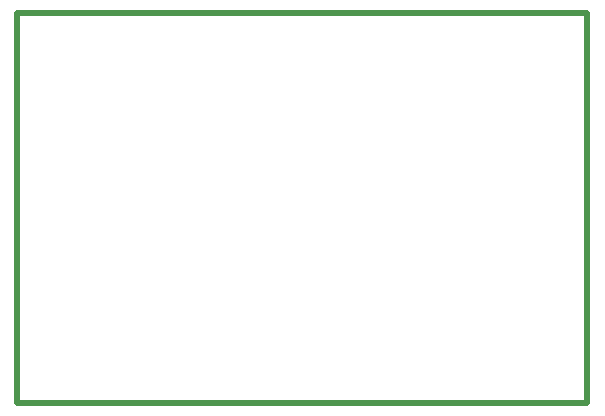
<source format=gko>
G04*
G04 #@! TF.GenerationSoftware,Altium Limited,Altium Designer,19.0.12 (326)*
G04*
G04 Layer_Color=16711935*
%FSLAX25Y25*%
%MOIN*%
G70*
G01*
G75*
%ADD26C,0.02000*%
D26*
X90000Y370000D02*
X280000D01*
X90000D02*
Y500000D01*
X280000D01*
Y370000D02*
Y500000D01*
M02*

</source>
